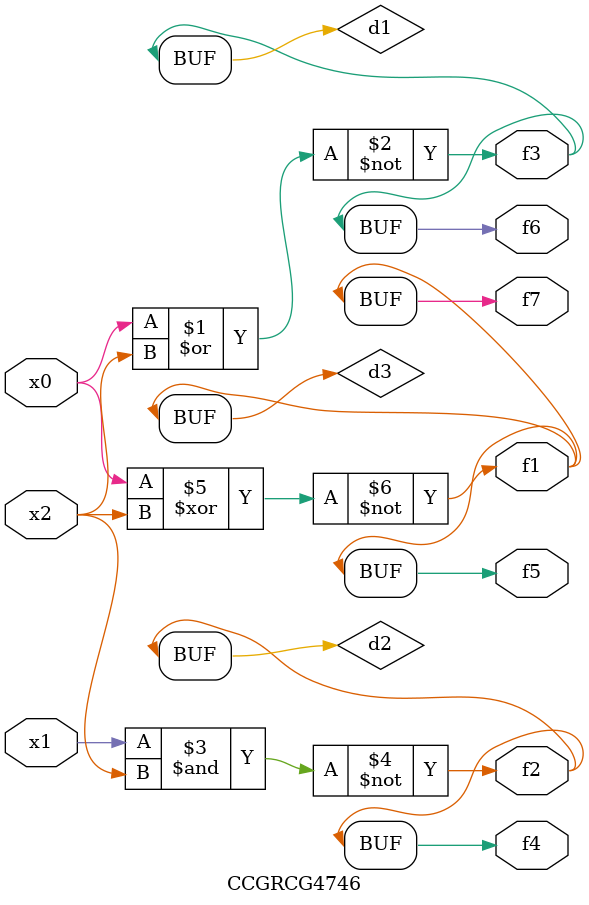
<source format=v>
module CCGRCG4746(
	input x0, x1, x2,
	output f1, f2, f3, f4, f5, f6, f7
);

	wire d1, d2, d3;

	nor (d1, x0, x2);
	nand (d2, x1, x2);
	xnor (d3, x0, x2);
	assign f1 = d3;
	assign f2 = d2;
	assign f3 = d1;
	assign f4 = d2;
	assign f5 = d3;
	assign f6 = d1;
	assign f7 = d3;
endmodule

</source>
